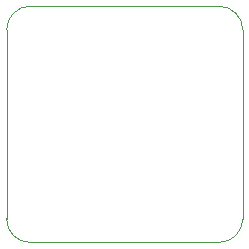
<source format=gbr>
%TF.GenerationSoftware,KiCad,Pcbnew,(5.1.9)-1*%
%TF.CreationDate,2021-10-26T22:47:50+01:00*%
%TF.ProjectId,Top hat 16mm Blade,546f7020-6861-4742-9031-366d6d20426c,rev?*%
%TF.SameCoordinates,Original*%
%TF.FileFunction,Profile,NP*%
%FSLAX46Y46*%
G04 Gerber Fmt 4.6, Leading zero omitted, Abs format (unit mm)*
G04 Created by KiCad (PCBNEW (5.1.9)-1) date 2021-10-26 22:47:50*
%MOMM*%
%LPD*%
G01*
G04 APERTURE LIST*
%TA.AperFunction,Profile*%
%ADD10C,0.050000*%
%TD*%
%TA.AperFunction,Profile*%
%ADD11C,0.100000*%
%TD*%
G04 APERTURE END LIST*
D10*
X160000000Y-164000000D02*
G75*
G02*
X158000000Y-162000000I0J2000000D01*
G01*
X178000000Y-162000000D02*
G75*
G02*
X176000000Y-164000000I-2000000J0D01*
G01*
X176000000Y-144000000D02*
G75*
G02*
X178000000Y-146000000I0J-2000000D01*
G01*
X158000000Y-146000000D02*
G75*
G02*
X160000000Y-144000000I2000000J0D01*
G01*
D11*
X178000000Y-146000000D02*
X178000000Y-162000000D01*
X160000000Y-144000000D02*
X176000000Y-144000000D01*
X158000000Y-162000000D02*
X158000000Y-146000000D01*
X176000000Y-164000000D02*
X160000000Y-164000000D01*
M02*

</source>
